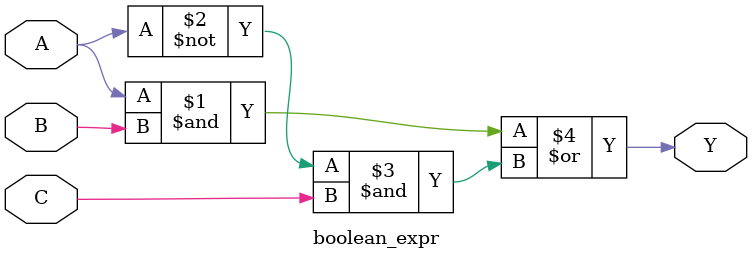
<source format=v>
`timescale 1ns / 1ps
module boolean_expr(input A, input B, input C, output Y);
    assign Y = (A & B) | (~A & C);
endmodule

</source>
